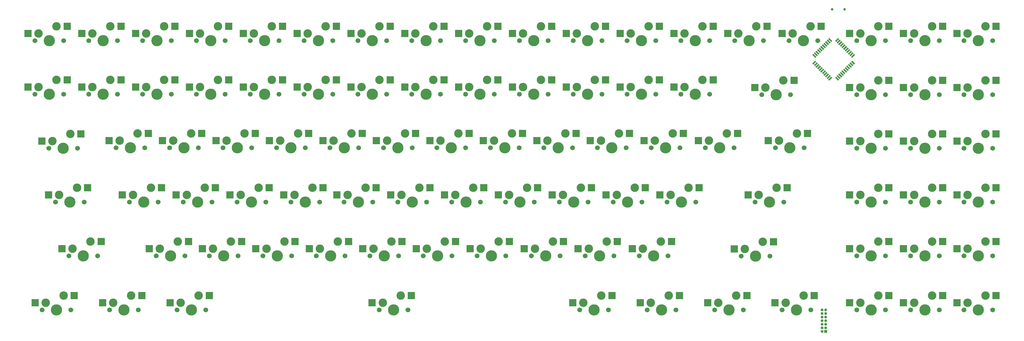
<source format=gbr>
%TF.GenerationSoftware,KiCad,Pcbnew,(5.1.10)-1*%
%TF.CreationDate,2021-11-17T09:30:16-08:00*%
%TF.ProjectId,chgray-keyboard,63686772-6179-42d6-9b65-79626f617264,Yeet2*%
%TF.SameCoordinates,Original*%
%TF.FileFunction,Soldermask,Bot*%
%TF.FilePolarity,Negative*%
%FSLAX46Y46*%
G04 Gerber Fmt 4.6, Leading zero omitted, Abs format (unit mm)*
G04 Created by KiCad (PCBNEW (5.1.10)-1) date 2021-11-17 09:30:16*
%MOMM*%
%LPD*%
G01*
G04 APERTURE LIST*
%ADD10C,0.900000*%
%ADD11C,0.020000*%
%ADD12R,2.550000X2.500000*%
%ADD13C,1.701800*%
%ADD14C,3.987800*%
%ADD15C,3.000000*%
%ADD16O,1.000000X1.000000*%
%ADD17R,1.000000X1.000000*%
G04 APERTURE END LIST*
D10*
%TO.C,J2*%
X317392000Y-7631000D03*
X321792000Y-7631000D03*
%TD*%
D11*
%TO.C,U1*%
G36*
X311416940Y-25749398D02*
G01*
X311805848Y-26138306D01*
X310745188Y-27198966D01*
X310356280Y-26810058D01*
X311416940Y-25749398D01*
G37*
G36*
X311982626Y-26315083D02*
G01*
X312371534Y-26703991D01*
X311310874Y-27764651D01*
X310921966Y-27375743D01*
X311982626Y-26315083D01*
G37*
G36*
X312548311Y-26880768D02*
G01*
X312937219Y-27269676D01*
X311876559Y-28330336D01*
X311487651Y-27941428D01*
X312548311Y-26880768D01*
G37*
G36*
X313113996Y-27446454D02*
G01*
X313502904Y-27835362D01*
X312442244Y-28896022D01*
X312053336Y-28507114D01*
X313113996Y-27446454D01*
G37*
G36*
X313679682Y-28012139D02*
G01*
X314068590Y-28401047D01*
X313007930Y-29461707D01*
X312619022Y-29072799D01*
X313679682Y-28012139D01*
G37*
G36*
X314245367Y-28577825D02*
G01*
X314634275Y-28966733D01*
X313573615Y-30027393D01*
X313184707Y-29638485D01*
X314245367Y-28577825D01*
G37*
G36*
X314811053Y-29143510D02*
G01*
X315199961Y-29532418D01*
X314139301Y-30593078D01*
X313750393Y-30204170D01*
X314811053Y-29143510D01*
G37*
G36*
X315376738Y-29709196D02*
G01*
X315765646Y-30098104D01*
X314704986Y-31158764D01*
X314316078Y-30769856D01*
X315376738Y-29709196D01*
G37*
G36*
X315942424Y-30274881D02*
G01*
X316331332Y-30663789D01*
X315270672Y-31724449D01*
X314881764Y-31335541D01*
X315942424Y-30274881D01*
G37*
G36*
X316508109Y-30840566D02*
G01*
X316897017Y-31229474D01*
X315836357Y-32290134D01*
X315447449Y-31901226D01*
X316508109Y-30840566D01*
G37*
G36*
X317073794Y-31406252D02*
G01*
X317462702Y-31795160D01*
X316402042Y-32855820D01*
X316013134Y-32466912D01*
X317073794Y-31406252D01*
G37*
G36*
X318417298Y-31795160D02*
G01*
X318806206Y-31406252D01*
X319866866Y-32466912D01*
X319477958Y-32855820D01*
X318417298Y-31795160D01*
G37*
G36*
X318982983Y-31229474D02*
G01*
X319371891Y-30840566D01*
X320432551Y-31901226D01*
X320043643Y-32290134D01*
X318982983Y-31229474D01*
G37*
G36*
X319548668Y-30663789D02*
G01*
X319937576Y-30274881D01*
X320998236Y-31335541D01*
X320609328Y-31724449D01*
X319548668Y-30663789D01*
G37*
G36*
X320114354Y-30098104D02*
G01*
X320503262Y-29709196D01*
X321563922Y-30769856D01*
X321175014Y-31158764D01*
X320114354Y-30098104D01*
G37*
G36*
X320680039Y-29532418D02*
G01*
X321068947Y-29143510D01*
X322129607Y-30204170D01*
X321740699Y-30593078D01*
X320680039Y-29532418D01*
G37*
G36*
X321245725Y-28966733D02*
G01*
X321634633Y-28577825D01*
X322695293Y-29638485D01*
X322306385Y-30027393D01*
X321245725Y-28966733D01*
G37*
G36*
X321811410Y-28401047D02*
G01*
X322200318Y-28012139D01*
X323260978Y-29072799D01*
X322872070Y-29461707D01*
X321811410Y-28401047D01*
G37*
G36*
X322377096Y-27835362D02*
G01*
X322766004Y-27446454D01*
X323826664Y-28507114D01*
X323437756Y-28896022D01*
X322377096Y-27835362D01*
G37*
G36*
X322942781Y-27269676D02*
G01*
X323331689Y-26880768D01*
X324392349Y-27941428D01*
X324003441Y-28330336D01*
X322942781Y-27269676D01*
G37*
G36*
X323508466Y-26703991D02*
G01*
X323897374Y-26315083D01*
X324958034Y-27375743D01*
X324569126Y-27764651D01*
X323508466Y-26703991D01*
G37*
G36*
X324074152Y-26138306D02*
G01*
X324463060Y-25749398D01*
X325523720Y-26810058D01*
X325134812Y-27198966D01*
X324074152Y-26138306D01*
G37*
G36*
X325134812Y-23345234D02*
G01*
X325523720Y-23734142D01*
X324463060Y-24794802D01*
X324074152Y-24405894D01*
X325134812Y-23345234D01*
G37*
G36*
X324569126Y-22779549D02*
G01*
X324958034Y-23168457D01*
X323897374Y-24229117D01*
X323508466Y-23840209D01*
X324569126Y-22779549D01*
G37*
G36*
X324003441Y-22213864D02*
G01*
X324392349Y-22602772D01*
X323331689Y-23663432D01*
X322942781Y-23274524D01*
X324003441Y-22213864D01*
G37*
G36*
X323437756Y-21648178D02*
G01*
X323826664Y-22037086D01*
X322766004Y-23097746D01*
X322377096Y-22708838D01*
X323437756Y-21648178D01*
G37*
G36*
X322872070Y-21082493D02*
G01*
X323260978Y-21471401D01*
X322200318Y-22532061D01*
X321811410Y-22143153D01*
X322872070Y-21082493D01*
G37*
G36*
X322306385Y-20516807D02*
G01*
X322695293Y-20905715D01*
X321634633Y-21966375D01*
X321245725Y-21577467D01*
X322306385Y-20516807D01*
G37*
G36*
X321740699Y-19951122D02*
G01*
X322129607Y-20340030D01*
X321068947Y-21400690D01*
X320680039Y-21011782D01*
X321740699Y-19951122D01*
G37*
G36*
X321175014Y-19385436D02*
G01*
X321563922Y-19774344D01*
X320503262Y-20835004D01*
X320114354Y-20446096D01*
X321175014Y-19385436D01*
G37*
G36*
X320609328Y-18819751D02*
G01*
X320998236Y-19208659D01*
X319937576Y-20269319D01*
X319548668Y-19880411D01*
X320609328Y-18819751D01*
G37*
G36*
X320043643Y-18254066D02*
G01*
X320432551Y-18642974D01*
X319371891Y-19703634D01*
X318982983Y-19314726D01*
X320043643Y-18254066D01*
G37*
G36*
X319477958Y-17688380D02*
G01*
X319866866Y-18077288D01*
X318806206Y-19137948D01*
X318417298Y-18749040D01*
X319477958Y-17688380D01*
G37*
G36*
X316013134Y-18077288D02*
G01*
X316402042Y-17688380D01*
X317462702Y-18749040D01*
X317073794Y-19137948D01*
X316013134Y-18077288D01*
G37*
G36*
X315447449Y-18642974D02*
G01*
X315836357Y-18254066D01*
X316897017Y-19314726D01*
X316508109Y-19703634D01*
X315447449Y-18642974D01*
G37*
G36*
X314881764Y-19208659D02*
G01*
X315270672Y-18819751D01*
X316331332Y-19880411D01*
X315942424Y-20269319D01*
X314881764Y-19208659D01*
G37*
G36*
X314316078Y-19774344D02*
G01*
X314704986Y-19385436D01*
X315765646Y-20446096D01*
X315376738Y-20835004D01*
X314316078Y-19774344D01*
G37*
G36*
X313750393Y-20340030D02*
G01*
X314139301Y-19951122D01*
X315199961Y-21011782D01*
X314811053Y-21400690D01*
X313750393Y-20340030D01*
G37*
G36*
X313184707Y-20905715D02*
G01*
X313573615Y-20516807D01*
X314634275Y-21577467D01*
X314245367Y-21966375D01*
X313184707Y-20905715D01*
G37*
G36*
X312619022Y-21471401D02*
G01*
X313007930Y-21082493D01*
X314068590Y-22143153D01*
X313679682Y-22532061D01*
X312619022Y-21471401D01*
G37*
G36*
X312053336Y-22037086D02*
G01*
X312442244Y-21648178D01*
X313502904Y-22708838D01*
X313113996Y-23097746D01*
X312053336Y-22037086D01*
G37*
G36*
X311487651Y-22602772D02*
G01*
X311876559Y-22213864D01*
X312937219Y-23274524D01*
X312548311Y-23663432D01*
X311487651Y-22602772D01*
G37*
G36*
X310921966Y-23168457D02*
G01*
X311310874Y-22779549D01*
X312371534Y-23840209D01*
X311982626Y-24229117D01*
X310921966Y-23168457D01*
G37*
G36*
X310356280Y-23734142D02*
G01*
X310745188Y-23345234D01*
X311805848Y-24405894D01*
X311416940Y-24794802D01*
X310356280Y-23734142D01*
G37*
%TD*%
D12*
%TO.C,SW10*%
X85277000Y-73279000D03*
D13*
X87757000Y-75819000D03*
X97917000Y-75819000D03*
D14*
X92837000Y-75819000D03*
D15*
X89027000Y-73279000D03*
X95377000Y-70739000D03*
D12*
X99127000Y-70739000D03*
%TD*%
%TO.C,SW57*%
X154619000Y-111506000D03*
D13*
X157099000Y-114046000D03*
D14*
X162179000Y-114046000D03*
D13*
X167259000Y-114046000D03*
D12*
X168469000Y-108966000D03*
D15*
X158369000Y-111506000D03*
X164719000Y-108966000D03*
%TD*%
D12*
%TO.C,SW21*%
X299674000Y-16129000D03*
D13*
X302154000Y-18669000D03*
X312314000Y-18669000D03*
D14*
X307234000Y-18669000D03*
D15*
X303424000Y-16129000D03*
X309774000Y-13589000D03*
D12*
X313524000Y-13589000D03*
%TD*%
D15*
%TO.C,RIGHT-SHIFT1*%
X286522000Y-92446000D03*
D13*
X285252000Y-94986000D03*
D14*
X290332000Y-94986000D03*
D13*
X295412000Y-94986000D03*
D12*
X282772000Y-92446000D03*
X296622000Y-89906000D03*
D15*
X292872000Y-89906000D03*
%TD*%
%TO.C,Slash1*%
X298555000Y-54092000D03*
D13*
X297285000Y-56632000D03*
D14*
X302365000Y-56632000D03*
D13*
X307445000Y-56632000D03*
D12*
X294805000Y-54092000D03*
X308655000Y-51552000D03*
D15*
X304905000Y-51552000D03*
%TD*%
D12*
%TO.C,SW52*%
X193989000Y-54102000D03*
D13*
X196469000Y-56642000D03*
X206629000Y-56642000D03*
D14*
X201549000Y-56642000D03*
D15*
X197739000Y-54102000D03*
X204089000Y-51562000D03*
D12*
X207839000Y-51562000D03*
%TD*%
%TO.C,SW51*%
X185226000Y-35133900D03*
D13*
X187706000Y-37673900D03*
X197866000Y-37673900D03*
D14*
X192786000Y-37673900D03*
D15*
X188976000Y-35133900D03*
X195326000Y-32593900D03*
D12*
X199076000Y-32593900D03*
%TD*%
D15*
%TO.C,SW58*%
X229372000Y-111496000D03*
D13*
X228102000Y-114036000D03*
D14*
X233182000Y-114036000D03*
D13*
X238262000Y-114036000D03*
D12*
X225622000Y-111496000D03*
X239472000Y-108956000D03*
D15*
X235722000Y-108956000D03*
%TD*%
%TO.C,RIGHT-SPACE1*%
X253248000Y-111496000D03*
D13*
X251978000Y-114036000D03*
D14*
X257058000Y-114036000D03*
D13*
X262138000Y-114036000D03*
D12*
X249498000Y-111496000D03*
X263348000Y-108956000D03*
D15*
X259598000Y-108956000D03*
%TD*%
D12*
%TO.C,LEFT_ALT1*%
X128076000Y-16129000D03*
D13*
X130556000Y-18669000D03*
X140716000Y-18669000D03*
D14*
X135636000Y-18669000D03*
D15*
X131826000Y-16129000D03*
X138176000Y-13589000D03*
D12*
X141926000Y-13589000D03*
%TD*%
%TO.C,RIGHT-SHIFT2*%
X204276000Y-16129000D03*
D13*
X206756000Y-18669000D03*
X216916000Y-18669000D03*
D14*
X211836000Y-18669000D03*
D15*
X208026000Y-16129000D03*
X214376000Y-13589000D03*
D12*
X218126000Y-13589000D03*
%TD*%
%TO.C,LEFT-SPACE1*%
X147126000Y-16129000D03*
D13*
X149606000Y-18669000D03*
X159766000Y-18669000D03*
D14*
X154686000Y-18669000D03*
D15*
X150876000Y-16129000D03*
X157226000Y-13589000D03*
D12*
X160976000Y-13589000D03*
%TD*%
%TO.C,SW50*%
X323605000Y-16129000D03*
D13*
X326085000Y-18669000D03*
X336245000Y-18669000D03*
D14*
X331165000Y-18669000D03*
D15*
X327355000Y-16129000D03*
X333705000Y-13589000D03*
D12*
X337455000Y-13589000D03*
%TD*%
%TO.C,SW45*%
X261426000Y-16129000D03*
D13*
X263906000Y-18669000D03*
X274066000Y-18669000D03*
D14*
X268986000Y-18669000D03*
D15*
X265176000Y-16129000D03*
X271526000Y-13589000D03*
D12*
X275276000Y-13589000D03*
%TD*%
%TO.C,SW37*%
X361578000Y-16129000D03*
D13*
X364058000Y-18669000D03*
X374218000Y-18669000D03*
D14*
X369138000Y-18669000D03*
D15*
X365328000Y-16129000D03*
X371678000Y-13589000D03*
D12*
X375428000Y-13589000D03*
%TD*%
%TO.C,SW25*%
X280476000Y-16129000D03*
D13*
X282956000Y-18669000D03*
X293116000Y-18669000D03*
D14*
X288036000Y-18669000D03*
D15*
X284226000Y-16129000D03*
X290576000Y-13589000D03*
D12*
X294326000Y-13589000D03*
%TD*%
%TO.C,SW13*%
X242376000Y-16129000D03*
D13*
X244856000Y-18669000D03*
X255016000Y-18669000D03*
D14*
X249936000Y-18669000D03*
D15*
X246126000Y-16129000D03*
X252476000Y-13589000D03*
D12*
X256226000Y-13589000D03*
%TD*%
%TO.C,SW9*%
X342655000Y-16129000D03*
D13*
X345135000Y-18669000D03*
X355295000Y-18669000D03*
D14*
X350215000Y-18669000D03*
D15*
X346405000Y-16129000D03*
X352755000Y-13589000D03*
D12*
X356505000Y-13589000D03*
%TD*%
%TO.C,SW3*%
X223326000Y-16129000D03*
D13*
X225806000Y-18669000D03*
X235966000Y-18669000D03*
D14*
X230886000Y-18669000D03*
D15*
X227076000Y-16129000D03*
X233426000Y-13589000D03*
D12*
X237176000Y-13589000D03*
%TD*%
D15*
%TO.C,RightMeta1*%
X300930000Y-111496000D03*
D13*
X299660000Y-114036000D03*
D14*
X304740000Y-114036000D03*
D13*
X309820000Y-114036000D03*
D12*
X297180000Y-111496000D03*
X311030000Y-108956000D03*
D15*
X307280000Y-108956000D03*
%TD*%
%TO.C,ENTER1*%
X291410000Y-73269000D03*
D13*
X290140000Y-75809000D03*
D14*
X295220000Y-75809000D03*
D13*
X300300000Y-75809000D03*
D12*
X287660000Y-73269000D03*
X301510000Y-70729000D03*
D15*
X297760000Y-70729000D03*
%TD*%
D12*
%TO.C,SW4*%
X32826000Y-35133900D03*
D13*
X35306000Y-37673900D03*
X45466000Y-37673900D03*
D14*
X40386000Y-37673900D03*
D15*
X36576000Y-35133900D03*
X42926000Y-32593900D03*
D12*
X46676000Y-32593900D03*
%TD*%
D15*
%TO.C,WinKey1*%
X86878000Y-111496000D03*
D13*
X85608000Y-114036000D03*
D14*
X90688000Y-114036000D03*
D13*
X95768000Y-114036000D03*
D12*
X83128000Y-111496000D03*
X96978000Y-108956000D03*
D15*
X93228000Y-108956000D03*
%TD*%
%TO.C,LEFT_FN1*%
X63002000Y-111496000D03*
D13*
X61732000Y-114036000D03*
D14*
X66812000Y-114036000D03*
D13*
X71892000Y-114036000D03*
D12*
X59252000Y-111496000D03*
X73102000Y-108956000D03*
D15*
X69352000Y-108956000D03*
%TD*%
%TO.C,LEFT_CTRL1*%
X39084700Y-111496000D03*
D13*
X37814700Y-114036000D03*
D14*
X42894700Y-114036000D03*
D13*
X47974700Y-114036000D03*
D12*
X35334700Y-111496000D03*
X49184700Y-108956000D03*
D15*
X45434700Y-108956000D03*
%TD*%
%TO.C,LEFT-SHIFT1*%
X48609700Y-92319000D03*
D13*
X47339700Y-94859000D03*
D14*
X52419700Y-94859000D03*
D13*
X57499700Y-94859000D03*
D12*
X44859700Y-92319000D03*
X58709700Y-89779000D03*
D15*
X54959700Y-89779000D03*
%TD*%
%TO.C,Backspace1*%
X293793000Y-35296000D03*
D13*
X292523000Y-37836000D03*
D14*
X297603000Y-37836000D03*
D13*
X302683000Y-37836000D03*
D12*
X290043000Y-35296000D03*
X303893000Y-32756000D03*
D15*
X300143000Y-32756000D03*
%TD*%
%TO.C,TAB1*%
X41464700Y-54235200D03*
D13*
X40194700Y-56775200D03*
D14*
X45274700Y-56775200D03*
D13*
X50354700Y-56775200D03*
D12*
X37714700Y-54235200D03*
X51564700Y-51695200D03*
D15*
X47814700Y-51695200D03*
%TD*%
%TO.C,CAPS1*%
X50197200Y-70729000D03*
D12*
X53947200Y-70729000D03*
X40097200Y-73269000D03*
D13*
X52737200Y-75809000D03*
D14*
X47657200Y-75809000D03*
D13*
X42577200Y-75809000D03*
D15*
X43847200Y-73269000D03*
%TD*%
D12*
%TO.C,SW63*%
X237423000Y-73279000D03*
D13*
X239903000Y-75819000D03*
X250063000Y-75819000D03*
D14*
X244983000Y-75819000D03*
D15*
X241173000Y-73279000D03*
X247523000Y-70739000D03*
D12*
X251273000Y-70739000D03*
%TD*%
%TO.C,SW1*%
X109026000Y-16129000D03*
D13*
X111506000Y-18669000D03*
X121666000Y-18669000D03*
D14*
X116586000Y-18669000D03*
D15*
X112776000Y-16129000D03*
X119126000Y-13589000D03*
D12*
X122876000Y-13589000D03*
%TD*%
%TO.C,SW2*%
X227517000Y-92329000D03*
D13*
X229997000Y-94869000D03*
X240157000Y-94869000D03*
D14*
X235077000Y-94869000D03*
D15*
X231267000Y-92329000D03*
X237617000Y-89789000D03*
D12*
X241367000Y-89789000D03*
%TD*%
%TO.C,SW5*%
X51876000Y-35133900D03*
D13*
X54356000Y-37673900D03*
X64516000Y-37673900D03*
D14*
X59436000Y-37673900D03*
D15*
X55626000Y-35133900D03*
X61976000Y-32593900D03*
D12*
X65726000Y-32593900D03*
%TD*%
%TO.C,SW6*%
X61528000Y-54102000D03*
D13*
X64008000Y-56642000D03*
X74168000Y-56642000D03*
D14*
X69088000Y-56642000D03*
D15*
X65278000Y-54102000D03*
X71628000Y-51562000D03*
D12*
X75378000Y-51562000D03*
%TD*%
%TO.C,SW7*%
X66227000Y-73279000D03*
D13*
X68707000Y-75819000D03*
X78867000Y-75819000D03*
D14*
X73787000Y-75819000D03*
D15*
X69977000Y-73279000D03*
X76327000Y-70739000D03*
D12*
X80077000Y-70739000D03*
%TD*%
%TO.C,SW8*%
X323605000Y-92329000D03*
D13*
X326085000Y-94869000D03*
X336245000Y-94869000D03*
D14*
X331165000Y-94869000D03*
D15*
X327355000Y-92329000D03*
X333705000Y-89789000D03*
D12*
X337455000Y-89789000D03*
%TD*%
%TO.C,SW11*%
X75752000Y-92329000D03*
D13*
X78232000Y-94869000D03*
X88392000Y-94869000D03*
D14*
X83312000Y-94869000D03*
D15*
X79502000Y-92329000D03*
X85852000Y-89789000D03*
D12*
X89602000Y-89789000D03*
%TD*%
%TO.C,SW12*%
X89976000Y-16129000D03*
D13*
X92456000Y-18669000D03*
X102616000Y-18669000D03*
D14*
X97536000Y-18669000D03*
D15*
X93726000Y-16129000D03*
X100076000Y-13589000D03*
D12*
X103826000Y-13589000D03*
%TD*%
%TO.C,SW14*%
X70926000Y-35133900D03*
D13*
X73406000Y-37673900D03*
X83566000Y-37673900D03*
D14*
X78486000Y-37673900D03*
D15*
X74676000Y-35133900D03*
X81026000Y-32593900D03*
D12*
X84776000Y-32593900D03*
%TD*%
%TO.C,SW15*%
X80451000Y-54102000D03*
D13*
X82931000Y-56642000D03*
X93091000Y-56642000D03*
D14*
X88011000Y-56642000D03*
D15*
X84201000Y-54102000D03*
X90551000Y-51562000D03*
D12*
X94301000Y-51562000D03*
%TD*%
%TO.C,SW16*%
X89976000Y-35133900D03*
D13*
X92456000Y-37673900D03*
X102616000Y-37673900D03*
D14*
X97536000Y-37673900D03*
D15*
X93726000Y-35133900D03*
X100076000Y-32593900D03*
D12*
X103826000Y-32593900D03*
%TD*%
%TO.C,SW17*%
X99374000Y-54102000D03*
D13*
X101854000Y-56642000D03*
X112014000Y-56642000D03*
D14*
X106934000Y-56642000D03*
D15*
X103124000Y-54102000D03*
X109474000Y-51562000D03*
D12*
X113224000Y-51562000D03*
%TD*%
%TO.C,SW18*%
X104327000Y-73279000D03*
D13*
X106807000Y-75819000D03*
X116967000Y-75819000D03*
D14*
X111887000Y-75819000D03*
D15*
X108077000Y-73279000D03*
X114427000Y-70739000D03*
D12*
X118177000Y-70739000D03*
%TD*%
%TO.C,SW19*%
X94548000Y-92329000D03*
D13*
X97028000Y-94869000D03*
X107188000Y-94869000D03*
D14*
X102108000Y-94869000D03*
D15*
X98298000Y-92329000D03*
X104648000Y-89789000D03*
D12*
X108398000Y-89789000D03*
%TD*%
%TO.C,SW20*%
X231835000Y-54102000D03*
D13*
X234315000Y-56642000D03*
X244475000Y-56642000D03*
D14*
X239395000Y-56642000D03*
D15*
X235585000Y-54102000D03*
X241935000Y-51562000D03*
D12*
X245685000Y-51562000D03*
%TD*%
%TO.C,SW22*%
X123377000Y-73279000D03*
D13*
X125857000Y-75819000D03*
X136017000Y-75819000D03*
D14*
X130937000Y-75819000D03*
D15*
X127127000Y-73279000D03*
X133477000Y-70739000D03*
D12*
X137227000Y-70739000D03*
%TD*%
%TO.C,SW23*%
X113471000Y-92329000D03*
D13*
X115951000Y-94869000D03*
X126111000Y-94869000D03*
D14*
X121031000Y-94869000D03*
D15*
X117221000Y-92329000D03*
X123571000Y-89789000D03*
D12*
X127321000Y-89789000D03*
%TD*%
%TO.C,SW24*%
X250885000Y-54102000D03*
D13*
X253365000Y-56642000D03*
X263525000Y-56642000D03*
D14*
X258445000Y-56642000D03*
D15*
X254635000Y-54102000D03*
X260985000Y-51562000D03*
D12*
X264735000Y-51562000D03*
%TD*%
%TO.C,SW26*%
X109026000Y-35133900D03*
D13*
X111506000Y-37673900D03*
X121666000Y-37673900D03*
D14*
X116586000Y-37673900D03*
D15*
X112776000Y-35133900D03*
X119126000Y-32593900D03*
D12*
X122876000Y-32593900D03*
%TD*%
%TO.C,SW27*%
X118297000Y-54102000D03*
D13*
X120777000Y-56642000D03*
X130937000Y-56642000D03*
D14*
X125857000Y-56642000D03*
D15*
X122047000Y-54102000D03*
X128397000Y-51562000D03*
D12*
X132147000Y-51562000D03*
%TD*%
%TO.C,SW28*%
X128076000Y-35133900D03*
D13*
X130556000Y-37673900D03*
X140716000Y-37673900D03*
D14*
X135636000Y-37673900D03*
D15*
X131826000Y-35133900D03*
X138176000Y-32593900D03*
D12*
X141926000Y-32593900D03*
%TD*%
%TO.C,SW29*%
X137220000Y-54102000D03*
D13*
X139700000Y-56642000D03*
X149860000Y-56642000D03*
D14*
X144780000Y-56642000D03*
D15*
X140970000Y-54102000D03*
X147320000Y-51562000D03*
D12*
X151070000Y-51562000D03*
%TD*%
%TO.C,SW30*%
X142173000Y-73279000D03*
D13*
X144653000Y-75819000D03*
X154813000Y-75819000D03*
D14*
X149733000Y-75819000D03*
D15*
X145923000Y-73279000D03*
X152273000Y-70739000D03*
D12*
X156023000Y-70739000D03*
%TD*%
%TO.C,SW31*%
X132394000Y-92329000D03*
D13*
X134874000Y-94869000D03*
X145034000Y-94869000D03*
D14*
X139954000Y-94869000D03*
D15*
X136144000Y-92329000D03*
X142494000Y-89789000D03*
D12*
X146244000Y-89789000D03*
%TD*%
%TO.C,SW32*%
X166176000Y-16129000D03*
D13*
X168656000Y-18669000D03*
X178816000Y-18669000D03*
D14*
X173736000Y-18669000D03*
D15*
X169926000Y-16129000D03*
X176276000Y-13589000D03*
D12*
X180026000Y-13589000D03*
%TD*%
%TO.C,SW33*%
X161223000Y-73279000D03*
D13*
X163703000Y-75819000D03*
X173863000Y-75819000D03*
D14*
X168783000Y-75819000D03*
D15*
X164973000Y-73279000D03*
X171323000Y-70739000D03*
D12*
X175073000Y-70739000D03*
%TD*%
%TO.C,SW34*%
X151317000Y-92329000D03*
D13*
X153797000Y-94869000D03*
X163957000Y-94869000D03*
D14*
X158877000Y-94869000D03*
D15*
X155067000Y-92329000D03*
X161417000Y-89789000D03*
D12*
X165167000Y-89789000D03*
%TD*%
%TO.C,SW35*%
X185226000Y-16129000D03*
D13*
X187706000Y-18669000D03*
X197866000Y-18669000D03*
D14*
X192786000Y-18669000D03*
D15*
X188976000Y-16129000D03*
X195326000Y-13589000D03*
D12*
X199076000Y-13589000D03*
%TD*%
%TO.C,SW36*%
X246694000Y-92329000D03*
D13*
X249174000Y-94869000D03*
X259334000Y-94869000D03*
D14*
X254254000Y-94869000D03*
D15*
X250444000Y-92329000D03*
X256794000Y-89789000D03*
D12*
X260544000Y-89789000D03*
%TD*%
%TO.C,SW38*%
X147126000Y-35133900D03*
D13*
X149606000Y-37673900D03*
X159766000Y-37673900D03*
D14*
X154686000Y-37673900D03*
D15*
X150876000Y-35133900D03*
X157226000Y-32593900D03*
D12*
X160976000Y-32593900D03*
%TD*%
%TO.C,SW39*%
X156143000Y-54102000D03*
D13*
X158623000Y-56642000D03*
X168783000Y-56642000D03*
D14*
X163703000Y-56642000D03*
D15*
X159893000Y-54102000D03*
X166243000Y-51562000D03*
D12*
X169993000Y-51562000D03*
%TD*%
%TO.C,SW40*%
X166176000Y-35133900D03*
D13*
X168656000Y-37673900D03*
X178816000Y-37673900D03*
D14*
X173736000Y-37673900D03*
D15*
X169926000Y-35133900D03*
X176276000Y-32593900D03*
D12*
X180026000Y-32593900D03*
%TD*%
%TO.C,SW41*%
X175066000Y-54102000D03*
D13*
X177546000Y-56642000D03*
X187706000Y-56642000D03*
D14*
X182626000Y-56642000D03*
D15*
X178816000Y-54102000D03*
X185166000Y-51562000D03*
D12*
X188916000Y-51562000D03*
%TD*%
%TO.C,SW42*%
X180273000Y-73279000D03*
D13*
X182753000Y-75819000D03*
X192913000Y-75819000D03*
D14*
X187833000Y-75819000D03*
D15*
X184023000Y-73279000D03*
X190373000Y-70739000D03*
D12*
X194123000Y-70739000D03*
%TD*%
%TO.C,SW43*%
X170240000Y-92329000D03*
D13*
X172720000Y-94869000D03*
X182880000Y-94869000D03*
D14*
X177800000Y-94869000D03*
D15*
X173990000Y-92329000D03*
X180340000Y-89789000D03*
D12*
X184090000Y-89789000D03*
%TD*%
%TO.C,SW44*%
X242376000Y-35133900D03*
D13*
X244856000Y-37673900D03*
X255016000Y-37673900D03*
D14*
X249936000Y-37673900D03*
D15*
X246126000Y-35133900D03*
X252476000Y-32593900D03*
D12*
X256226000Y-32593900D03*
%TD*%
%TO.C,SW46*%
X199323000Y-73279000D03*
D13*
X201803000Y-75819000D03*
X211963000Y-75819000D03*
D14*
X206883000Y-75819000D03*
D15*
X203073000Y-73279000D03*
X209423000Y-70739000D03*
D12*
X213173000Y-70739000D03*
%TD*%
%TO.C,SW47*%
X189290000Y-92329000D03*
D13*
X191770000Y-94869000D03*
X201930000Y-94869000D03*
D14*
X196850000Y-94869000D03*
D15*
X193040000Y-92329000D03*
X199390000Y-89789000D03*
D12*
X203140000Y-89789000D03*
%TD*%
%TO.C,SW49*%
X261426000Y-35133900D03*
D13*
X263906000Y-37673900D03*
X274066000Y-37673900D03*
D14*
X268986000Y-37673900D03*
D15*
X265176000Y-35133900D03*
X271526000Y-32593900D03*
D12*
X275276000Y-32593900D03*
%TD*%
%TO.C,SW53*%
X204276000Y-35133900D03*
D13*
X206756000Y-37673900D03*
X216916000Y-37673900D03*
D14*
X211836000Y-37673900D03*
D15*
X208026000Y-35133900D03*
X214376000Y-32593900D03*
D12*
X218126000Y-32593900D03*
%TD*%
%TO.C,SW54*%
X212912000Y-54102000D03*
D13*
X215392000Y-56642000D03*
X225552000Y-56642000D03*
D14*
X220472000Y-56642000D03*
D15*
X216662000Y-54102000D03*
X223012000Y-51562000D03*
D12*
X226762000Y-51562000D03*
%TD*%
%TO.C,SW55*%
X218373000Y-73279000D03*
D13*
X220853000Y-75819000D03*
X231013000Y-75819000D03*
D14*
X225933000Y-75819000D03*
D15*
X222123000Y-73279000D03*
X228473000Y-70739000D03*
D12*
X232223000Y-70739000D03*
%TD*%
%TO.C,SW56*%
X208467000Y-92329000D03*
D13*
X210947000Y-94869000D03*
X221107000Y-94869000D03*
D14*
X216027000Y-94869000D03*
D15*
X212217000Y-92329000D03*
X218567000Y-89789000D03*
D12*
X222317000Y-89789000D03*
%TD*%
%TO.C,SW59*%
X223326000Y-35133900D03*
D13*
X225806000Y-37673900D03*
X235966000Y-37673900D03*
D14*
X230886000Y-37673900D03*
D15*
X227076000Y-35133900D03*
X233426000Y-32593900D03*
D12*
X237176000Y-32593900D03*
%TD*%
%TO.C,SW60*%
X342655000Y-73279000D03*
D13*
X345135000Y-75819000D03*
X355295000Y-75819000D03*
D14*
X350215000Y-75819000D03*
D15*
X346405000Y-73279000D03*
X352755000Y-70739000D03*
D12*
X356505000Y-70739000D03*
%TD*%
%TO.C,SW61*%
X270062000Y-54102000D03*
D13*
X272542000Y-56642000D03*
X282702000Y-56642000D03*
D14*
X277622000Y-56642000D03*
D15*
X273812000Y-54102000D03*
X280162000Y-51562000D03*
D12*
X283912000Y-51562000D03*
%TD*%
%TO.C,SW62*%
X361578000Y-73279000D03*
D13*
X364058000Y-75819000D03*
X374218000Y-75819000D03*
D14*
X369138000Y-75819000D03*
D15*
X365328000Y-73279000D03*
X371678000Y-70739000D03*
D12*
X375428000Y-70739000D03*
%TD*%
%TO.C,SW64*%
X256473000Y-73279000D03*
D13*
X258953000Y-75819000D03*
X269113000Y-75819000D03*
D14*
X264033000Y-75819000D03*
D15*
X260223000Y-73279000D03*
X266573000Y-70739000D03*
D12*
X270323000Y-70739000D03*
%TD*%
%TO.C,SW66*%
X342655000Y-54229000D03*
D13*
X345135000Y-56769000D03*
X355295000Y-56769000D03*
D14*
X350215000Y-56769000D03*
D15*
X346405000Y-54229000D03*
X352755000Y-51689000D03*
D12*
X356505000Y-51689000D03*
%TD*%
%TO.C,SW67*%
X323605000Y-54229000D03*
D13*
X326085000Y-56769000D03*
X336245000Y-56769000D03*
D14*
X331165000Y-56769000D03*
D15*
X327355000Y-54229000D03*
X333705000Y-51689000D03*
D12*
X337455000Y-51689000D03*
%TD*%
%TO.C,SW65*%
X323605000Y-73279000D03*
D13*
X326085000Y-75819000D03*
X336245000Y-75819000D03*
D14*
X331165000Y-75819000D03*
D15*
X327355000Y-73279000D03*
X333705000Y-70739000D03*
D12*
X337455000Y-70739000D03*
%TD*%
%TO.C,SW68*%
X342655000Y-92329000D03*
D13*
X345135000Y-94869000D03*
X355295000Y-94869000D03*
D14*
X350215000Y-94869000D03*
D15*
X346405000Y-92329000D03*
X352755000Y-89789000D03*
D12*
X356505000Y-89789000D03*
%TD*%
%TO.C,SW69*%
X323605000Y-35306000D03*
D13*
X326085000Y-37846000D03*
X336245000Y-37846000D03*
D14*
X331165000Y-37846000D03*
D15*
X327355000Y-35306000D03*
X333705000Y-32766000D03*
D12*
X337455000Y-32766000D03*
%TD*%
%TO.C,SW70*%
X51876000Y-16129000D03*
D13*
X54356000Y-18669000D03*
X64516000Y-18669000D03*
D14*
X59436000Y-18669000D03*
D15*
X55626000Y-16129000D03*
X61976000Y-13589000D03*
D12*
X65726000Y-13589000D03*
%TD*%
%TO.C,SW71*%
X361578000Y-54229000D03*
D13*
X364058000Y-56769000D03*
X374218000Y-56769000D03*
D14*
X369138000Y-56769000D03*
D15*
X365328000Y-54229000D03*
X371678000Y-51689000D03*
D12*
X375428000Y-51689000D03*
%TD*%
%TO.C,SW72*%
X361578000Y-92329000D03*
D13*
X364058000Y-94869000D03*
X374218000Y-94869000D03*
D14*
X369138000Y-94869000D03*
D15*
X365328000Y-92329000D03*
X371678000Y-89789000D03*
D12*
X375428000Y-89789000D03*
%TD*%
%TO.C,SW73*%
X32826000Y-16129000D03*
D13*
X35306000Y-18669000D03*
X45466000Y-18669000D03*
D14*
X40386000Y-18669000D03*
D15*
X36576000Y-16129000D03*
X42926000Y-13589000D03*
D12*
X46676000Y-13589000D03*
%TD*%
%TO.C,SW74*%
X361578000Y-35306000D03*
D13*
X364058000Y-37846000D03*
X374218000Y-37846000D03*
D14*
X369138000Y-37846000D03*
D15*
X365328000Y-35306000D03*
X371678000Y-32766000D03*
D12*
X375428000Y-32766000D03*
%TD*%
%TO.C,SW75*%
X361578000Y-111506000D03*
D13*
X364058000Y-114046000D03*
X374218000Y-114046000D03*
D14*
X369138000Y-114046000D03*
D15*
X365328000Y-111506000D03*
X371678000Y-108966000D03*
D12*
X375428000Y-108966000D03*
%TD*%
%TO.C,SW76*%
X342655000Y-111506000D03*
D13*
X345135000Y-114046000D03*
X355295000Y-114046000D03*
D14*
X350215000Y-114046000D03*
D15*
X346405000Y-111506000D03*
X352755000Y-108966000D03*
D12*
X356505000Y-108966000D03*
%TD*%
%TO.C,SW77*%
X323605000Y-111506000D03*
D13*
X326085000Y-114046000D03*
X336245000Y-114046000D03*
D14*
X331165000Y-114046000D03*
D15*
X327355000Y-111506000D03*
X333705000Y-108966000D03*
D12*
X337455000Y-108966000D03*
%TD*%
%TO.C,S2*%
X70926000Y-16129000D03*
D13*
X73406000Y-18669000D03*
X83566000Y-18669000D03*
D14*
X78486000Y-18669000D03*
D15*
X74676000Y-16129000D03*
X81026000Y-13589000D03*
D12*
X84776000Y-13589000D03*
%TD*%
%TO.C,S1*%
X342655000Y-35306000D03*
D13*
X345135000Y-37846000D03*
X355295000Y-37846000D03*
D14*
X350215000Y-37846000D03*
D15*
X346405000Y-35306000D03*
X352755000Y-32766000D03*
D12*
X356505000Y-32766000D03*
%TD*%
D15*
%TO.C,SW48*%
X277124000Y-111496000D03*
D13*
X275854000Y-114036000D03*
D14*
X280934000Y-114036000D03*
D13*
X286014000Y-114036000D03*
D12*
X273374000Y-111496000D03*
X287224000Y-108956000D03*
D15*
X283474000Y-108956000D03*
%TD*%
D16*
%TO.C,J1*%
X313817000Y-114046000D03*
X315087000Y-114046000D03*
X313817000Y-115316000D03*
X315087000Y-115316000D03*
X313817000Y-116586000D03*
X315087000Y-116586000D03*
X313817000Y-117856000D03*
X315087000Y-117856000D03*
X313817000Y-119126000D03*
X315087000Y-119126000D03*
X313817000Y-120396000D03*
X315087000Y-120396000D03*
X313817000Y-121666000D03*
D17*
X315087000Y-121666000D03*
%TD*%
M02*

</source>
